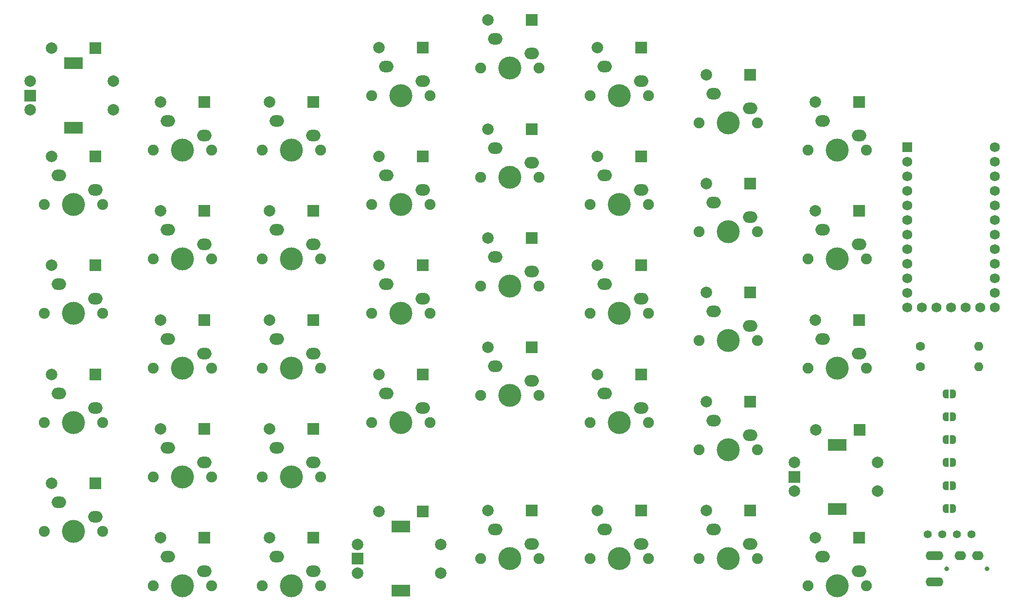
<source format=gts>
%TF.GenerationSoftware,KiCad,Pcbnew,(6.0.4-0)*%
%TF.CreationDate,2022-03-31T21:48:39+02:00*%
%TF.ProjectId,PCB,5043422e-6b69-4636-9164-5f7063625858,rev?*%
%TF.SameCoordinates,Original*%
%TF.FileFunction,Soldermask,Top*%
%TF.FilePolarity,Negative*%
%FSLAX46Y46*%
G04 Gerber Fmt 4.6, Leading zero omitted, Abs format (unit mm)*
G04 Created by KiCad (PCBNEW (6.0.4-0)) date 2022-03-31 21:48:39*
%MOMM*%
%LPD*%
G01*
G04 APERTURE LIST*
G04 Aperture macros list*
%AMFreePoly0*
4,1,22,0.500000,-0.750000,0.000000,-0.750000,0.000000,-0.745033,-0.079941,-0.743568,-0.215256,-0.701293,-0.333266,-0.622738,-0.424486,-0.514219,-0.481581,-0.384460,-0.499164,-0.250000,-0.500000,-0.250000,-0.500000,0.250000,-0.499164,0.250000,-0.499963,0.256109,-0.478152,0.396186,-0.417904,0.524511,-0.324060,0.630769,-0.204165,0.706417,-0.067858,0.745374,0.000000,0.744959,0.000000,0.750000,
0.500000,0.750000,0.500000,-0.750000,0.500000,-0.750000,$1*%
%AMFreePoly1*
4,1,20,0.000000,0.744959,0.073905,0.744508,0.209726,0.703889,0.328688,0.626782,0.421226,0.519385,0.479903,0.390333,0.500000,0.250000,0.500000,-0.250000,0.499851,-0.262216,0.476331,-0.402017,0.414519,-0.529596,0.319384,-0.634700,0.198574,-0.708877,0.061801,-0.746166,0.000000,-0.745033,0.000000,-0.750000,-0.500000,-0.750000,-0.500000,0.750000,0.000000,0.750000,0.000000,0.744959,
0.000000,0.744959,$1*%
G04 Aperture macros list end*
%ADD10C,1.600000*%
%ADD11O,1.600000X1.600000*%
%ADD12C,4.000000*%
%ADD13C,1.900000*%
%ADD14O,2.500000X2.000000*%
%ADD15C,2.000000*%
%ADD16R,2.000000X2.000000*%
%ADD17C,0.800000*%
%ADD18O,3.100000X1.600000*%
%ADD19O,2.000000X1.600000*%
%ADD20FreePoly0,0.000000*%
%ADD21FreePoly1,0.000000*%
%ADD22R,3.200000X2.000000*%
%ADD23R,1.752600X1.752600*%
%ADD24C,1.752600*%
%ADD25C,1.397000*%
G04 APERTURE END LIST*
D10*
X221420000Y-96250000D03*
D11*
X231580000Y-96250000D03*
D10*
X221420000Y-92750000D03*
D11*
X231580000Y-92750000D03*
D12*
X74000000Y-106000000D03*
D13*
X68920000Y-106000000D03*
X79080000Y-106000000D03*
D14*
X77810000Y-103460000D03*
X71460000Y-100920000D03*
D15*
X70190000Y-97618000D03*
D16*
X77810000Y-97618000D03*
D13*
X193080000Y-53750000D03*
D12*
X188000000Y-53750000D03*
D13*
X182920000Y-53750000D03*
D14*
X191810000Y-51210000D03*
X185460000Y-48670000D03*
D15*
X184190000Y-45368000D03*
D16*
X191810000Y-45368000D03*
D17*
X226012500Y-131500000D03*
X233012500Y-131500000D03*
D18*
X223862500Y-129200000D03*
X223862500Y-133800000D03*
D19*
X228412500Y-129220000D03*
X231412500Y-129220000D03*
D12*
X169000000Y-87000000D03*
D13*
X163920000Y-87000000D03*
X174080000Y-87000000D03*
D14*
X172810000Y-84460000D03*
X166460000Y-81920000D03*
D15*
X165190000Y-78618000D03*
D16*
X172810000Y-78618000D03*
D12*
X169000000Y-68000000D03*
D13*
X174080000Y-68000000D03*
X163920000Y-68000000D03*
D14*
X172810000Y-65460000D03*
X166460000Y-62920000D03*
D15*
X165190000Y-59618000D03*
D16*
X172810000Y-59618000D03*
D13*
X212080000Y-58500000D03*
D12*
X207000000Y-58500000D03*
D13*
X201920000Y-58500000D03*
D14*
X210810000Y-55960000D03*
X204460000Y-53420000D03*
D15*
X203190000Y-50118000D03*
D16*
X210810000Y-50118000D03*
D13*
X68920000Y-87000000D03*
D12*
X74000000Y-87000000D03*
D13*
X79080000Y-87000000D03*
D14*
X77810000Y-84460000D03*
X71460000Y-81920000D03*
D15*
X70190000Y-78618000D03*
D16*
X77810000Y-78618000D03*
D20*
X225850000Y-105000000D03*
D21*
X227150000Y-105000000D03*
D12*
X112000000Y-77500000D03*
D13*
X106920000Y-77500000D03*
X117080000Y-77500000D03*
D14*
X115810000Y-74960000D03*
X109460000Y-72420000D03*
D15*
X108190000Y-69118000D03*
D16*
X115810000Y-69118000D03*
D20*
X225850000Y-113000000D03*
D21*
X227150000Y-113000000D03*
D13*
X201920000Y-134500000D03*
D12*
X207000000Y-134500000D03*
D13*
X212080000Y-134500000D03*
D14*
X210810000Y-131960000D03*
X204460000Y-129420000D03*
D15*
X203190000Y-126118000D03*
D16*
X210810000Y-126118000D03*
D15*
X214000000Y-118000000D03*
X214000000Y-113000000D03*
X203250000Y-107250000D03*
D16*
X210870000Y-107250000D03*
D15*
X199500000Y-113000000D03*
X199500000Y-118000000D03*
D16*
X199500000Y-115500000D03*
D22*
X207000000Y-109900000D03*
X207000000Y-121100000D03*
D13*
X174080000Y-49000000D03*
X163920000Y-49000000D03*
D12*
X169000000Y-49000000D03*
D14*
X172810000Y-46460000D03*
X166460000Y-43920000D03*
D15*
X165190000Y-40618000D03*
D16*
X172810000Y-40618000D03*
D20*
X225850000Y-101000000D03*
D21*
X227150000Y-101000000D03*
D13*
X68920000Y-125000000D03*
D12*
X74000000Y-125000000D03*
D13*
X79080000Y-125000000D03*
D14*
X77810000Y-122460000D03*
X71460000Y-119920000D03*
D15*
X70190000Y-116618000D03*
D16*
X77810000Y-116618000D03*
D13*
X155080000Y-82250000D03*
D12*
X150000000Y-82250000D03*
D13*
X144920000Y-82250000D03*
D14*
X153810000Y-79710000D03*
X147460000Y-77170000D03*
D15*
X146190000Y-73868000D03*
D16*
X153810000Y-73868000D03*
D13*
X125920000Y-87000000D03*
X136080000Y-87000000D03*
D12*
X131000000Y-87000000D03*
D14*
X134810000Y-84460000D03*
X128460000Y-81920000D03*
D15*
X127190000Y-78618000D03*
D16*
X134810000Y-78618000D03*
D13*
X98080000Y-96500000D03*
X87920000Y-96500000D03*
D12*
X93000000Y-96500000D03*
D14*
X96810000Y-93960000D03*
X90460000Y-91420000D03*
D15*
X89190000Y-88118000D03*
D16*
X96810000Y-88118000D03*
D12*
X131000000Y-68000000D03*
D13*
X125920000Y-68000000D03*
X136080000Y-68000000D03*
D14*
X134810000Y-65460000D03*
X128460000Y-62920000D03*
D15*
X127190000Y-59618000D03*
D16*
X134810000Y-59618000D03*
D15*
X81000000Y-51500000D03*
X81000000Y-46500000D03*
X70250000Y-40750000D03*
D16*
X77870000Y-40750000D03*
D15*
X66500000Y-46500000D03*
X66500000Y-51500000D03*
D16*
X66500000Y-49000000D03*
D22*
X74000000Y-43400000D03*
X74000000Y-54600000D03*
D12*
X150000000Y-101250000D03*
D13*
X144920000Y-101250000D03*
X155080000Y-101250000D03*
D14*
X153810000Y-98710000D03*
X147460000Y-96170000D03*
D15*
X146190000Y-92868000D03*
D16*
X153810000Y-92868000D03*
D13*
X125920000Y-49000000D03*
X136080000Y-49000000D03*
D12*
X131000000Y-49000000D03*
D14*
X134810000Y-46460000D03*
X128460000Y-43920000D03*
D15*
X127190000Y-40618000D03*
D16*
X134810000Y-40618000D03*
D13*
X98080000Y-58500000D03*
D12*
X93000000Y-58500000D03*
D13*
X87920000Y-58500000D03*
D14*
X96810000Y-55960000D03*
X90460000Y-53420000D03*
D15*
X89190000Y-50118000D03*
D16*
X96810000Y-50118000D03*
D13*
X182920000Y-129750000D03*
X193080000Y-129750000D03*
D12*
X188000000Y-129750000D03*
D14*
X191810000Y-127210000D03*
X185460000Y-124670000D03*
D15*
X184190000Y-121368000D03*
D16*
X191810000Y-121368000D03*
D13*
X193080000Y-91750000D03*
X182920000Y-91750000D03*
D12*
X188000000Y-91750000D03*
D14*
X191810000Y-89210000D03*
X185460000Y-86670000D03*
D15*
X184190000Y-83368000D03*
D16*
X191810000Y-83368000D03*
D13*
X125920000Y-106000000D03*
X136080000Y-106000000D03*
D12*
X131000000Y-106000000D03*
D14*
X134810000Y-103460000D03*
X128460000Y-100920000D03*
D15*
X127190000Y-97618000D03*
D16*
X134810000Y-97618000D03*
D12*
X188000000Y-72750000D03*
D13*
X193080000Y-72750000D03*
X182920000Y-72750000D03*
D14*
X191810000Y-70210000D03*
X185460000Y-67670000D03*
D15*
X184190000Y-64368000D03*
D16*
X191810000Y-64368000D03*
D20*
X225850000Y-109000000D03*
D21*
X227150000Y-109000000D03*
D13*
X87920000Y-77500000D03*
X98080000Y-77500000D03*
D12*
X93000000Y-77500000D03*
D14*
X96810000Y-74960000D03*
X90460000Y-72420000D03*
D15*
X89190000Y-69118000D03*
D16*
X96810000Y-69118000D03*
D13*
X117080000Y-96500000D03*
D12*
X112000000Y-96500000D03*
D13*
X106920000Y-96500000D03*
D14*
X115810000Y-93960000D03*
X109460000Y-91420000D03*
D15*
X108190000Y-88118000D03*
D16*
X115810000Y-88118000D03*
D13*
X117080000Y-58500000D03*
X106920000Y-58500000D03*
D12*
X112000000Y-58500000D03*
D14*
X115810000Y-55960000D03*
X109460000Y-53420000D03*
D15*
X108190000Y-50118000D03*
D16*
X115810000Y-50118000D03*
D20*
X225850000Y-121000000D03*
D21*
X227150000Y-121000000D03*
D13*
X201920000Y-96500000D03*
D12*
X207000000Y-96500000D03*
D13*
X212080000Y-96500000D03*
D14*
X210810000Y-93960000D03*
X204460000Y-91420000D03*
D15*
X203190000Y-88118000D03*
D16*
X210810000Y-88118000D03*
D13*
X79080000Y-68000000D03*
D12*
X74000000Y-68000000D03*
D13*
X68920000Y-68000000D03*
D14*
X77810000Y-65460000D03*
X71460000Y-62920000D03*
D15*
X70190000Y-59618000D03*
D16*
X77810000Y-59618000D03*
D12*
X169000000Y-106000000D03*
D13*
X163920000Y-106000000D03*
X174080000Y-106000000D03*
D14*
X172810000Y-103460000D03*
X166460000Y-100920000D03*
D15*
X165190000Y-97618000D03*
D16*
X172810000Y-97618000D03*
D12*
X150000000Y-63250000D03*
D13*
X155080000Y-63250000D03*
X144920000Y-63250000D03*
D14*
X153810000Y-60710000D03*
X147460000Y-58170000D03*
D15*
X146190000Y-54868000D03*
D16*
X153810000Y-54868000D03*
D23*
X219130000Y-58016750D03*
D24*
X219130000Y-60556750D03*
X219130000Y-63096750D03*
X219130000Y-65636750D03*
X219130000Y-68176750D03*
X219130000Y-70716750D03*
X219130000Y-73256750D03*
X219130000Y-75796750D03*
X219130000Y-78336750D03*
X219130000Y-80876750D03*
X219130000Y-83416750D03*
X219130000Y-85956750D03*
X234370000Y-85956750D03*
X234370000Y-83416750D03*
X234370000Y-80876750D03*
X234370000Y-78336750D03*
X234370000Y-75796750D03*
X234370000Y-73256750D03*
X234370000Y-70716750D03*
X234370000Y-68176750D03*
X234370000Y-65636750D03*
X234370000Y-63096750D03*
X234370000Y-60556750D03*
X234370000Y-58016750D03*
X221670000Y-85956750D03*
X224210000Y-85956750D03*
X226750000Y-85956750D03*
X229290000Y-85956750D03*
X231830000Y-85956750D03*
D25*
X222690000Y-125500000D03*
X225230000Y-125500000D03*
X227770000Y-125500000D03*
X230310000Y-125500000D03*
D13*
X182920000Y-110750000D03*
D12*
X188000000Y-110750000D03*
D13*
X193080000Y-110750000D03*
D14*
X191810000Y-108210000D03*
X185460000Y-105670000D03*
D15*
X184190000Y-102368000D03*
D16*
X191810000Y-102368000D03*
D12*
X150000000Y-129750000D03*
D13*
X155080000Y-129750000D03*
X144920000Y-129750000D03*
D14*
X153810000Y-127210000D03*
X147460000Y-124670000D03*
D15*
X146190000Y-121368000D03*
D16*
X153810000Y-121368000D03*
D12*
X150000000Y-44250000D03*
D13*
X144920000Y-44250000D03*
X155080000Y-44250000D03*
D14*
X153810000Y-41710000D03*
X147460000Y-39170000D03*
D15*
X146190000Y-35868000D03*
D16*
X153810000Y-35868000D03*
D12*
X112000000Y-134500000D03*
D13*
X106920000Y-134500000D03*
X117080000Y-134500000D03*
D14*
X115810000Y-131960000D03*
X109460000Y-129420000D03*
D15*
X108190000Y-126118000D03*
D16*
X115810000Y-126118000D03*
D13*
X201920000Y-77500000D03*
X212080000Y-77500000D03*
D12*
X207000000Y-77500000D03*
D14*
X210810000Y-74960000D03*
X204460000Y-72420000D03*
D15*
X203190000Y-69118000D03*
D16*
X210810000Y-69118000D03*
D12*
X93000000Y-115500000D03*
D13*
X87920000Y-115500000D03*
X98080000Y-115500000D03*
D14*
X96810000Y-112960000D03*
X90460000Y-110420000D03*
D15*
X89190000Y-107118000D03*
D16*
X96810000Y-107118000D03*
D15*
X138000000Y-132250000D03*
X138000000Y-127250000D03*
X127250000Y-121500000D03*
D16*
X134870000Y-121500000D03*
D15*
X123500000Y-127250000D03*
X123500000Y-132250000D03*
D16*
X123500000Y-129750000D03*
D22*
X131000000Y-135350000D03*
X131000000Y-124150000D03*
D12*
X112000000Y-115500000D03*
D13*
X106920000Y-115500000D03*
X117080000Y-115500000D03*
D14*
X115810000Y-112960000D03*
X109460000Y-110420000D03*
D15*
X108190000Y-107118000D03*
D16*
X115810000Y-107118000D03*
D13*
X163920000Y-129750000D03*
D12*
X169000000Y-129750000D03*
D13*
X174080000Y-129750000D03*
D14*
X172810000Y-127210000D03*
X166460000Y-124670000D03*
D15*
X165190000Y-121368000D03*
D16*
X172810000Y-121368000D03*
D20*
X225850000Y-117000000D03*
D21*
X227150000Y-117000000D03*
D13*
X98080000Y-134500000D03*
X87920000Y-134500000D03*
D12*
X93000000Y-134500000D03*
D14*
X96810000Y-131960000D03*
X90460000Y-129420000D03*
D15*
X89190000Y-126118000D03*
D16*
X96810000Y-126118000D03*
D20*
X225850000Y-113000000D03*
D21*
X227150000Y-113000000D03*
D20*
X225850000Y-105000000D03*
D21*
X227150000Y-105000000D03*
D20*
X225850000Y-109000000D03*
D21*
X227150000Y-109000000D03*
D20*
X225850000Y-121000000D03*
D21*
X227150000Y-121000000D03*
D20*
X225850000Y-101000000D03*
D21*
X227150000Y-101000000D03*
D20*
X225850000Y-117000000D03*
D21*
X227150000Y-117000000D03*
M02*

</source>
